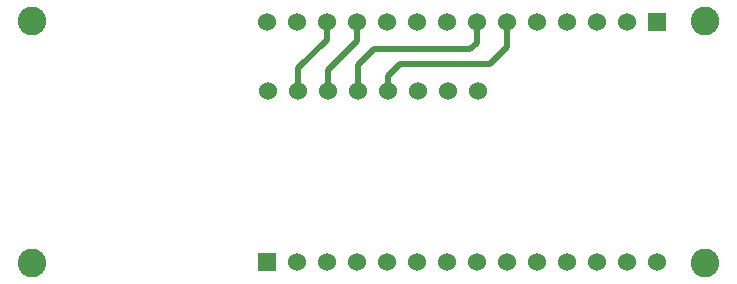
<source format=gtl>
G04*
G04 #@! TF.GenerationSoftware,Altium Limited,Altium Designer,21.2.0 (30)*
G04*
G04 Layer_Physical_Order=1*
G04 Layer_Color=255*
%FSLAX25Y25*%
%MOIN*%
G70*
G04*
G04 #@! TF.SameCoordinates,7A118134-AABF-4D3B-888A-8C7CAF6D2988*
G04*
G04*
G04 #@! TF.FilePolarity,Positive*
G04*
G01*
G75*
%ADD10C,0.01968*%
%ADD17R,0.06024X0.06024*%
%ADD18C,0.09528*%
%ADD19C,0.06024*%
D10*
X108701Y73818D02*
X118283Y83400D01*
Y89818D01*
X108701Y66818D02*
Y73818D01*
X98701Y74318D02*
X108283Y83900D01*
Y89818D01*
X98701Y66818D02*
Y74318D01*
X158283Y82900D02*
Y89818D01*
X156201Y80818D02*
X158283Y82900D01*
X124201Y80818D02*
X156201D01*
X118701Y75318D02*
X124201Y80818D01*
X118701Y66818D02*
Y75318D01*
X162701Y75818D02*
X168283Y81400D01*
Y89818D01*
X132701Y75818D02*
X162701D01*
X128701Y71818D02*
X132701Y75818D01*
X128701Y66818D02*
Y71818D01*
D17*
X88283Y9818D02*
D03*
X218283Y89818D02*
D03*
D18*
X9996Y9464D02*
D03*
Y90172D02*
D03*
X234405D02*
D03*
Y9464D02*
D03*
D19*
X98283Y9818D02*
D03*
X108283D02*
D03*
X118283D02*
D03*
X128283D02*
D03*
X138283D02*
D03*
X148283D02*
D03*
X158283D02*
D03*
X168283D02*
D03*
X178283D02*
D03*
X188283D02*
D03*
X198283D02*
D03*
X208283D02*
D03*
X218283D02*
D03*
X208283Y89818D02*
D03*
X198283D02*
D03*
X188283D02*
D03*
X178283D02*
D03*
X168283D02*
D03*
X158283D02*
D03*
X148283D02*
D03*
X138283D02*
D03*
X128283D02*
D03*
X118283D02*
D03*
X108283D02*
D03*
X98283D02*
D03*
X88283D02*
D03*
X148701Y66818D02*
D03*
X158701D02*
D03*
X138701D02*
D03*
X128701D02*
D03*
X118701D02*
D03*
X108701D02*
D03*
X98701D02*
D03*
X88701D02*
D03*
M02*

</source>
